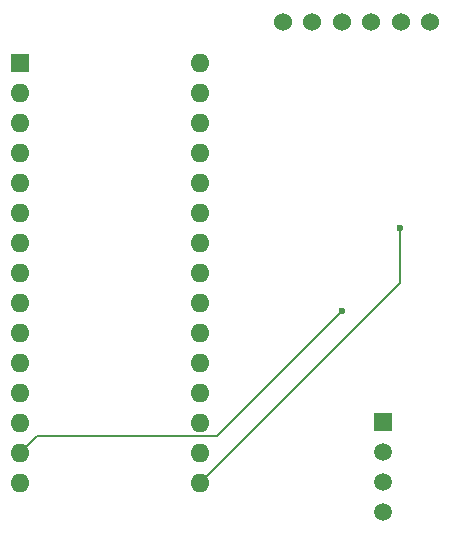
<source format=gbr>
%TF.GenerationSoftware,KiCad,Pcbnew,8.0.0*%
%TF.CreationDate,2025-02-20T01:15:31+05:30*%
%TF.ProjectId,Capstone_Moon,43617073-746f-46e6-955f-4d6f6f6e2e6b,rev?*%
%TF.SameCoordinates,Original*%
%TF.FileFunction,Copper,L2,Bot*%
%TF.FilePolarity,Positive*%
%FSLAX46Y46*%
G04 Gerber Fmt 4.6, Leading zero omitted, Abs format (unit mm)*
G04 Created by KiCad (PCBNEW 8.0.0) date 2025-02-20 01:15:31*
%MOMM*%
%LPD*%
G01*
G04 APERTURE LIST*
%TA.AperFunction,ComponentPad*%
%ADD10R,1.600000X1.600000*%
%TD*%
%TA.AperFunction,ComponentPad*%
%ADD11O,1.600000X1.600000*%
%TD*%
%TA.AperFunction,ComponentPad*%
%ADD12R,1.500000X1.500000*%
%TD*%
%TA.AperFunction,ComponentPad*%
%ADD13C,1.500000*%
%TD*%
%TA.AperFunction,ComponentPad*%
%ADD14C,1.524000*%
%TD*%
%TA.AperFunction,ViaPad*%
%ADD15C,0.600000*%
%TD*%
%TA.AperFunction,Conductor*%
%ADD16C,0.200000*%
%TD*%
G04 APERTURE END LIST*
D10*
%TO.P,U1,1,D0/TX*%
%TO.N,Net-(U1-D0{slash}TX)*%
X122260000Y-72960000D03*
D11*
%TO.P,U1,2,D1/RX*%
%TO.N,Net-(U1-D1{slash}RX)*%
X122260000Y-75500000D03*
%TO.P,U1,3,RST*%
%TO.N,unconnected-(U1-RST-Pad3)*%
X122260000Y-78040000D03*
%TO.P,U1,4,GND*%
%TO.N,unconnected-(U1-GND-Pad4)*%
X122260000Y-80580000D03*
%TO.P,U1,5,D2*%
%TO.N,unconnected-(U1-D2-Pad5)*%
X122260000Y-83120000D03*
%TO.P,U1,6,D3*%
%TO.N,Net-(U1-D3)*%
X122260000Y-85660000D03*
%TO.P,U1,7,D4*%
%TO.N,unconnected-(U1-D4-Pad7)*%
X122260000Y-88200000D03*
%TO.P,U1,8,D5*%
%TO.N,unconnected-(U1-D5-Pad8)*%
X122260000Y-90740000D03*
%TO.P,U1,9,D6*%
%TO.N,unconnected-(U1-D6-Pad9)*%
X122260000Y-93280000D03*
%TO.P,U1,10,D7*%
%TO.N,unconnected-(U1-D7-Pad10)*%
X122260000Y-95820000D03*
%TO.P,U1,11,D8*%
%TO.N,unconnected-(U1-D8-Pad11)*%
X122260000Y-98360000D03*
%TO.P,U1,12,D9*%
%TO.N,Net-(M1-PWM)*%
X122260000Y-100900000D03*
%TO.P,U1,13,D10*%
%TO.N,unconnected-(U1-D10-Pad13)*%
X122260000Y-103440000D03*
%TO.P,U1,14,D11*%
%TO.N,Net-(M2-PWM)*%
X122260000Y-105980000D03*
%TO.P,U1,15,D12*%
%TO.N,unconnected-(U1-D12-Pad15)*%
X122260000Y-108520000D03*
%TO.P,U1,16,Vin*%
%TO.N,12Vin*%
X137500000Y-108520000D03*
%TO.P,U1,17,GND*%
%TO.N,GND*%
X137500000Y-105980000D03*
%TO.P,U1,18,RST*%
%TO.N,unconnected-(U1-RST-Pad18)*%
X137500000Y-103440000D03*
%TO.P,U1,19,5V*%
%TO.N,Net-(U1-5V)*%
X137500000Y-100900000D03*
%TO.P,U1,20,A7*%
%TO.N,unconnected-(U1-A7-Pad20)*%
X137500000Y-98360000D03*
%TO.P,U1,21,A6*%
%TO.N,unconnected-(U1-A6-Pad21)*%
X137500000Y-95820000D03*
%TO.P,U1,22,A5*%
%TO.N,unconnected-(U1-A5-Pad22)*%
X137500000Y-93280000D03*
%TO.P,U1,23,A4*%
%TO.N,unconnected-(U1-A4-Pad23)*%
X137500000Y-90740000D03*
%TO.P,U1,24,A3*%
%TO.N,unconnected-(U1-A3-Pad24)*%
X137500000Y-88200000D03*
%TO.P,U1,25,A2*%
%TO.N,unconnected-(U1-A2-Pad25)*%
X137500000Y-85660000D03*
%TO.P,U1,26,A1*%
%TO.N,unconnected-(U1-A1-Pad26)*%
X137500000Y-83120000D03*
%TO.P,U1,27,A0*%
%TO.N,unconnected-(U1-A0-Pad27)*%
X137500000Y-80580000D03*
%TO.P,U1,28,AREF*%
%TO.N,unconnected-(U1-AREF-Pad28)*%
X137500000Y-78040000D03*
%TO.P,U1,29,3V3*%
%TO.N,Net-(U1-3V3)*%
X137500000Y-75500000D03*
%TO.P,U1,30,D13*%
%TO.N,unconnected-(U1-D13-Pad30)*%
X137500000Y-72960000D03*
%TD*%
D12*
%TO.P,U2,1,VDD*%
%TO.N,Net-(U1-3V3)*%
X153000000Y-103420000D03*
D13*
%TO.P,U2,2,DATA*%
%TO.N,Net-(U1-D3)*%
X153000000Y-105960000D03*
%TO.P,U2,3,NC*%
%TO.N,unconnected-(U2-NC-Pad3)*%
X153000000Y-108500000D03*
%TO.P,U2,4,GND*%
%TO.N,GND*%
X153000000Y-111040000D03*
%TD*%
D14*
%TO.P,U3,1,EN*%
%TO.N,unconnected-(U3-EN-Pad1)*%
X144500000Y-69500000D03*
%TO.P,U3,2,VCC*%
%TO.N,Net-(U1-5V)*%
X147000000Y-69500000D03*
%TO.P,U3,3,GND*%
%TO.N,GND*%
X149500000Y-69500000D03*
%TO.P,U3,4,TX*%
%TO.N,Net-(U1-D1{slash}RX)*%
X152000000Y-69500000D03*
%TO.P,U3,5,RX*%
%TO.N,Net-(U1-D0{slash}TX)*%
X154500000Y-69500000D03*
%TO.P,U3,6,STATE*%
%TO.N,unconnected-(U3-STATE-Pad6)*%
X157000000Y-69500000D03*
%TD*%
D15*
%TO.N,12Vin*%
X154400000Y-87000000D03*
%TO.N,Net-(M2-PWM)*%
X149500000Y-94000000D03*
%TD*%
D16*
%TO.N,12Vin*%
X154400000Y-91620000D02*
X137500000Y-108520000D01*
X154400000Y-87000000D02*
X154400000Y-91620000D01*
%TO.N,Net-(M2-PWM)*%
X123700000Y-104540000D02*
X122260000Y-105980000D01*
X149500000Y-94000000D02*
X138960000Y-104540000D01*
X138960000Y-104540000D02*
X123700000Y-104540000D01*
%TD*%
M02*

</source>
